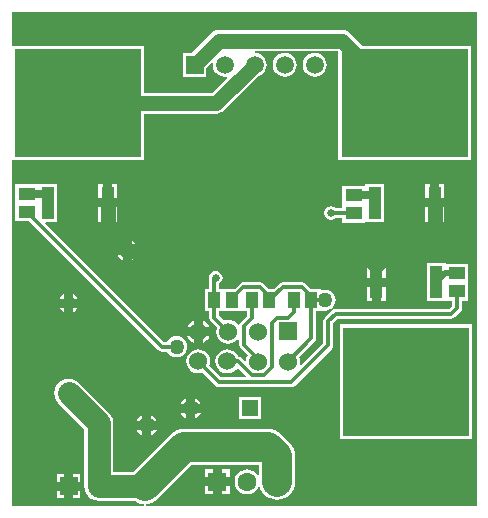
<source format=gtl>
%FSLAX25Y25*%
%MOIN*%
G70*
G01*
G75*
G04 Layer_Physical_Order=1*
G04 Layer_Color=255*
%ADD10R,0.05512X0.04331*%
%ADD11R,0.04331X0.10630*%
%ADD12R,0.42126X0.36221*%
%ADD13R,0.04331X0.05512*%
%ADD14C,0.01200*%
%ADD15C,0.07500*%
%ADD16C,0.10000*%
%ADD17C,0.05000*%
%ADD18C,0.02000*%
%ADD19C,0.02500*%
%ADD20C,0.06000*%
%ADD21R,0.06000X0.06000*%
%ADD22R,0.05906X0.05906*%
%ADD23C,0.05906*%
%ADD24C,0.04724*%
%ADD25C,0.05315*%
%ADD26R,0.05315X0.05315*%
%ADD27R,0.06299X0.06299*%
%ADD28C,0.06299*%
%ADD29R,0.05315X0.05315*%
%ADD30C,0.05000*%
%ADD31C,0.02500*%
G36*
X155000Y0D02*
X44656D01*
X44631Y499D01*
X45519Y587D01*
X46650Y930D01*
X47692Y1487D01*
X48606Y2237D01*
X49263Y2894D01*
X59840Y13471D01*
X82471D01*
Y10419D01*
X81998Y10258D01*
X81459Y10960D01*
X80593Y11625D01*
X79583Y12043D01*
X78500Y12185D01*
X77417Y12043D01*
X76407Y11625D01*
X75541Y10960D01*
X74875Y10093D01*
X74457Y9083D01*
X74315Y8000D01*
X74457Y6917D01*
X74875Y5907D01*
X75541Y5040D01*
X76407Y4375D01*
X77417Y3957D01*
X78500Y3815D01*
X79583Y3957D01*
X80593Y4375D01*
X81459Y5040D01*
X82125Y5907D01*
X82268Y6253D01*
X82767Y6229D01*
X82930Y5693D01*
X83487Y4651D01*
X84237Y3737D01*
X85150Y2987D01*
X86193Y2430D01*
X87324Y2087D01*
X88500Y1971D01*
X89676Y2087D01*
X90807Y2430D01*
X91849Y2987D01*
X92763Y3737D01*
X93513Y4651D01*
X94070Y5693D01*
X94413Y6824D01*
X94529Y8000D01*
Y16500D01*
X94413Y17676D01*
X94070Y18807D01*
X93513Y19850D01*
X92763Y20763D01*
X89763Y23763D01*
X88850Y24513D01*
X87807Y25070D01*
X86676Y25413D01*
X85500Y25529D01*
X57342D01*
X56166Y25413D01*
X55035Y25070D01*
X53993Y24513D01*
X53079Y23763D01*
X40737Y11421D01*
X40607Y11291D01*
X33791D01*
Y27500D01*
X33628Y28740D01*
X33149Y29895D01*
X32388Y30888D01*
X22388Y40888D01*
X21396Y41649D01*
X20240Y42128D01*
X19000Y42291D01*
X17760Y42128D01*
X16604Y41649D01*
X15612Y40888D01*
X14851Y39895D01*
X14372Y38740D01*
X14209Y37500D01*
X14372Y36260D01*
X14851Y35105D01*
X15612Y34112D01*
X24209Y25515D01*
Y6500D01*
X24372Y5260D01*
X24851Y4104D01*
X25612Y3112D01*
X26605Y2351D01*
X27760Y1872D01*
X29000Y1709D01*
X40723D01*
X40993Y1487D01*
X42035Y930D01*
X43166Y587D01*
X44054Y499D01*
X44029Y0D01*
X0D01*
Y115063D01*
X44063D01*
Y130643D01*
X68173D01*
X69087Y130763D01*
X69938Y131116D01*
X70670Y131677D01*
X82219Y143227D01*
X82993Y143547D01*
X83819Y144181D01*
X84453Y145007D01*
X84851Y145968D01*
X84987Y147000D01*
X84851Y148032D01*
X84453Y148993D01*
X83819Y149819D01*
X82993Y150453D01*
X82032Y150851D01*
X81121Y150971D01*
X81154Y151470D01*
X90846D01*
X90878Y150971D01*
X89968Y150851D01*
X89007Y150453D01*
X88181Y149819D01*
X87547Y148993D01*
X87149Y148032D01*
X87013Y147000D01*
X87149Y145968D01*
X87547Y145007D01*
X88181Y144181D01*
X89007Y143547D01*
X89968Y143149D01*
X91000Y143013D01*
X92032Y143149D01*
X92993Y143547D01*
X93819Y144181D01*
X94453Y145007D01*
X94851Y145968D01*
X94987Y147000D01*
X94851Y148032D01*
X94453Y148993D01*
X93819Y149819D01*
X92993Y150453D01*
X92032Y150851D01*
X91122Y150971D01*
D01*
X91122Y150971D01*
X91154Y151470D01*
X100846D01*
X100879Y150971D01*
X99968Y150851D01*
X99007Y150453D01*
X98181Y149819D01*
X97547Y148993D01*
X97149Y148032D01*
X97013Y147000D01*
X97149Y145968D01*
X97547Y145007D01*
X98181Y144181D01*
X99007Y143547D01*
X99968Y143149D01*
X101000Y143013D01*
X102032Y143149D01*
X102993Y143547D01*
X103819Y144181D01*
X104453Y145007D01*
X104851Y145968D01*
X104987Y147000D01*
X104851Y148032D01*
X104453Y148993D01*
X103819Y149819D01*
X102993Y150453D01*
X102032Y150851D01*
X101121Y150971D01*
D01*
X101121Y150971D01*
X101154Y151470D01*
X108711D01*
X108937Y151244D01*
Y115063D01*
X153063D01*
Y153284D01*
X116882D01*
X112670Y157496D01*
X111938Y158057D01*
X111087Y158410D01*
X110173Y158530D01*
X69000D01*
X68086Y158410D01*
X67235Y158057D01*
X66504Y157496D01*
X59960Y150953D01*
X57047D01*
Y143047D01*
X64953D01*
Y145960D01*
X66618Y147626D01*
X67066Y147404D01*
X67013Y147000D01*
X67149Y145968D01*
X67547Y145007D01*
X68181Y144181D01*
X69007Y143547D01*
X69968Y143149D01*
X71000Y143013D01*
X71404Y143066D01*
X71626Y142618D01*
X66711Y137703D01*
X44063D01*
Y153284D01*
X0D01*
Y164500D01*
X155000D01*
Y0D01*
D02*
G37*
%LPC*%
G36*
X62995Y31000D02*
X61158D01*
Y29162D01*
X61502Y29305D01*
X62266Y29891D01*
X62852Y30656D01*
X62995Y31000D01*
D02*
G37*
G36*
X58157Y35838D02*
X57813Y35695D01*
X57049Y35109D01*
X56463Y34345D01*
X56320Y34000D01*
X58157D01*
Y35838D01*
D02*
G37*
G36*
Y31000D02*
X56320D01*
X56463Y30656D01*
X57049Y29891D01*
X57813Y29305D01*
X58157Y29162D01*
Y31000D01*
D02*
G37*
G36*
X46500Y30180D02*
Y28343D01*
X48338D01*
X48195Y28687D01*
X47609Y29451D01*
X46845Y30037D01*
X46500Y30180D01*
D02*
G37*
G36*
X83000Y36158D02*
X75685D01*
Y28842D01*
X83000D01*
Y36158D01*
D02*
G37*
G36*
X61158Y35838D02*
Y34000D01*
X62995D01*
X62852Y34345D01*
X62266Y35109D01*
X61502Y35695D01*
X61158Y35838D01*
D02*
G37*
G36*
X60700Y61708D02*
X60183Y61494D01*
X59347Y60853D01*
X58706Y60017D01*
X58492Y59500D01*
X60700D01*
Y61708D01*
D02*
G37*
G36*
X63700D02*
Y59500D01*
X65908D01*
X65694Y60017D01*
X65053Y60853D01*
X64217Y61494D01*
X63700Y61708D01*
D02*
G37*
G36*
X65908Y56500D02*
X63700D01*
Y54292D01*
X64217Y54506D01*
X65053Y55147D01*
X65694Y55983D01*
X65908Y56500D01*
D02*
G37*
G36*
X15165Y107346D02*
X8835D01*
Y107118D01*
X8756D01*
Y107118D01*
X1244D01*
Y100787D01*
Y94882D01*
X5858D01*
X48894Y51846D01*
X49423Y51493D01*
X50047Y51369D01*
X51887D01*
X51943Y51235D01*
X52504Y50504D01*
X53235Y49943D01*
X54086Y49590D01*
X55000Y49470D01*
X55914Y49590D01*
X56765Y49943D01*
X57496Y50504D01*
X58057Y51235D01*
X58410Y52086D01*
X58530Y53000D01*
X58410Y53914D01*
X58057Y54765D01*
X57496Y55496D01*
X56765Y56057D01*
X55914Y56410D01*
X55000Y56530D01*
X54086Y56410D01*
X53235Y56057D01*
X52504Y55496D01*
X51943Y54765D01*
X51887Y54631D01*
X50723D01*
X11100Y94255D01*
X11291Y94717D01*
X15165D01*
Y107346D01*
D02*
G37*
G36*
X60700Y56500D02*
X58492D01*
X58706Y55983D01*
X59347Y55147D01*
X60183Y54506D01*
X60700Y54292D01*
Y56500D01*
D02*
G37*
G36*
X43500Y30180D02*
X43156Y30037D01*
X42391Y29451D01*
X41805Y28687D01*
X41662Y28343D01*
X43500D01*
Y30180D01*
D02*
G37*
G36*
X72650Y6500D02*
X70000D01*
Y3850D01*
X72650D01*
Y6500D01*
D02*
G37*
G36*
X17500Y10453D02*
X15047D01*
Y8000D01*
X17500D01*
Y10453D01*
D02*
G37*
G36*
X67000Y6500D02*
X64350D01*
Y3850D01*
X67000D01*
Y6500D01*
D02*
G37*
G36*
X17500Y5000D02*
X15047D01*
Y2547D01*
X17500D01*
Y5000D01*
D02*
G37*
G36*
X22953D02*
X20500D01*
Y2547D01*
X22953D01*
Y5000D01*
D02*
G37*
G36*
Y10453D02*
X20500D01*
Y8000D01*
X22953D01*
Y10453D01*
D02*
G37*
G36*
X43500Y25343D02*
X41662D01*
X41805Y24998D01*
X42391Y24234D01*
X43156Y23648D01*
X43500Y23505D01*
Y25343D01*
D02*
G37*
G36*
X48338D02*
X46500D01*
Y23505D01*
X46845Y23648D01*
X47609Y24234D01*
X48195Y24998D01*
X48338Y25343D01*
D02*
G37*
G36*
X153563Y60437D02*
X109437D01*
Y22217D01*
X153563D01*
Y60437D01*
D02*
G37*
G36*
X67000Y12150D02*
X64350D01*
Y9500D01*
X67000D01*
Y12150D01*
D02*
G37*
G36*
X72650D02*
X70000D01*
Y9500D01*
X72650D01*
Y12150D01*
D02*
G37*
G36*
X35165Y99532D02*
X33500D01*
Y94717D01*
X35165D01*
Y99532D01*
D02*
G37*
G36*
X139500D02*
X137835D01*
Y94717D01*
X139500D01*
Y99532D01*
D02*
G37*
G36*
X30500D02*
X28835D01*
Y94717D01*
X30500D01*
Y99532D01*
D02*
G37*
G36*
X37000Y88167D02*
X36735Y88057D01*
X36004Y87496D01*
X35443Y86765D01*
X35333Y86500D01*
X37000D01*
Y88167D01*
D02*
G37*
G36*
X40000D02*
Y86500D01*
X41667D01*
X41557Y86765D01*
X40996Y87496D01*
X40265Y88057D01*
X40000Y88167D01*
D02*
G37*
G36*
X144165Y99532D02*
X142500D01*
Y94717D01*
X144165D01*
Y99532D01*
D02*
G37*
G36*
X139500Y107346D02*
X137835D01*
Y102532D01*
X139500D01*
Y107346D01*
D02*
G37*
G36*
X144165D02*
X142500D01*
Y102532D01*
X144165D01*
Y107346D01*
D02*
G37*
G36*
X35165D02*
X33500D01*
Y102532D01*
X35165D01*
Y107346D01*
D02*
G37*
G36*
X124165D02*
X117835D01*
Y106618D01*
X117756D01*
Y106618D01*
X110244D01*
Y100287D01*
Y99179D01*
X108108D01*
X107378Y99667D01*
X106500Y99841D01*
X105622Y99667D01*
X104878Y99169D01*
X104381Y98425D01*
X104206Y97547D01*
X104381Y96669D01*
X104878Y95925D01*
X105622Y95428D01*
X106500Y95253D01*
X107378Y95428D01*
X108108Y95916D01*
X110244D01*
Y94382D01*
X117756D01*
Y94717D01*
X117835D01*
Y94717D01*
X124165D01*
Y107346D01*
D02*
G37*
G36*
X30500D02*
X28835D01*
Y102532D01*
X30500D01*
Y107346D01*
D02*
G37*
G36*
X41667Y83500D02*
X40000D01*
Y81833D01*
X40265Y81943D01*
X40996Y82504D01*
X41557Y83235D01*
X41667Y83500D01*
D02*
G37*
G36*
X120000Y72969D02*
X118335D01*
Y68154D01*
X120000D01*
Y72969D01*
D02*
G37*
G36*
X124665D02*
X123000D01*
Y68154D01*
X124665D01*
Y72969D01*
D02*
G37*
G36*
X144665Y80783D02*
X138335D01*
Y68154D01*
X144665D01*
Y68382D01*
X144744D01*
Y68382D01*
X146869D01*
Y66676D01*
X145824Y65631D01*
X108000D01*
X107376Y65507D01*
X106846Y65153D01*
X104347Y62653D01*
X103993Y62124D01*
X103869Y61500D01*
Y54176D01*
X96563Y46870D01*
X96115Y47092D01*
X96235Y48000D01*
X96097Y49044D01*
X95937Y49430D01*
X101106Y54599D01*
X101460Y55129D01*
X101584Y55753D01*
Y64744D01*
X103118D01*
Y64834D01*
X103534Y65112D01*
X103586Y65090D01*
X104500Y64970D01*
X105414Y65090D01*
X106265Y65443D01*
X106996Y66004D01*
X107557Y66735D01*
X107910Y67586D01*
X108030Y68500D01*
X107910Y69414D01*
X107557Y70265D01*
X106996Y70996D01*
X106265Y71557D01*
X105414Y71910D01*
X104500Y72030D01*
X103586Y71910D01*
X103534Y71888D01*
X103118Y72166D01*
Y72256D01*
X99782D01*
X98029Y74009D01*
X97500Y74363D01*
X96875Y74487D01*
X90309D01*
X89684Y74363D01*
X89155Y74009D01*
X87402Y72256D01*
X85782D01*
X84029Y74009D01*
X83500Y74363D01*
X82875Y74487D01*
X77219D01*
X76595Y74363D01*
X76066Y74009D01*
X74312Y72256D01*
X69179D01*
Y74081D01*
X69622Y74378D01*
X70119Y75122D01*
X70294Y76000D01*
X70119Y76878D01*
X69622Y77622D01*
X68878Y78119D01*
X68000Y78294D01*
X67122Y78119D01*
X66378Y77622D01*
X65881Y76878D01*
X65706Y76000D01*
X65881Y75122D01*
X65916Y75069D01*
Y72256D01*
X64382D01*
Y64744D01*
X65916D01*
Y62653D01*
X66040Y62028D01*
X66394Y61499D01*
X68463Y59430D01*
X68303Y59044D01*
X68165Y58000D01*
X68303Y56956D01*
X68706Y55983D01*
X69347Y55147D01*
X70183Y54506D01*
X71156Y54103D01*
X72200Y53966D01*
X73244Y54103D01*
X74217Y54506D01*
X75053Y55147D01*
X75395Y55593D01*
X75869Y55433D01*
Y53547D01*
X75993Y52923D01*
X76346Y52394D01*
X78657Y50084D01*
X78606Y50017D01*
X78203Y49044D01*
X78120Y48416D01*
X77647Y48255D01*
X76648Y49253D01*
X76119Y49607D01*
X75559Y49718D01*
X75394Y50117D01*
X74753Y50953D01*
X73917Y51594D01*
X72944Y51997D01*
X71900Y52135D01*
X70856Y51997D01*
X69883Y51594D01*
X69047Y50953D01*
X68406Y50117D01*
X68003Y49144D01*
X67866Y48100D01*
X68003Y47056D01*
X68406Y46083D01*
X69047Y45247D01*
X69883Y44606D01*
X70856Y44203D01*
X71900Y44065D01*
X72944Y44203D01*
X73917Y44606D01*
X74753Y45247D01*
X75081Y45675D01*
X75580Y45708D01*
X77994Y43293D01*
X77803Y42831D01*
X69776D01*
X65937Y46670D01*
X66097Y47056D01*
X66234Y48100D01*
X66097Y49144D01*
X65694Y50117D01*
X65053Y50953D01*
X64217Y51594D01*
X63244Y51997D01*
X62200Y52135D01*
X61156Y51997D01*
X60183Y51594D01*
X59347Y50953D01*
X58706Y50117D01*
X58303Y49144D01*
X58166Y48100D01*
X58303Y47056D01*
X58706Y46083D01*
X59347Y45247D01*
X60183Y44606D01*
X61156Y44203D01*
X62200Y44065D01*
X63244Y44203D01*
X63630Y44363D01*
X67946Y40047D01*
X68476Y39693D01*
X69100Y39569D01*
X93200D01*
X93824Y39693D01*
X94353Y40047D01*
X106653Y52346D01*
X107007Y52876D01*
X107131Y53500D01*
Y60824D01*
X108676Y62369D01*
X146500D01*
X147124Y62493D01*
X147653Y62846D01*
X149653Y64846D01*
X150007Y65376D01*
X150131Y66000D01*
Y68382D01*
X152256D01*
Y74287D01*
Y80618D01*
X144744D01*
D01*
X144744D01*
X144665Y80697D01*
Y80783D01*
D02*
G37*
G36*
X17500Y66000D02*
X15982D01*
X16063Y65804D01*
X16602Y65102D01*
X17304Y64563D01*
X17500Y64482D01*
Y66000D01*
D02*
G37*
G36*
X22018D02*
X20500D01*
Y64482D01*
X20696Y64563D01*
X21398Y65102D01*
X21937Y65804D01*
X22018Y66000D01*
D02*
G37*
G36*
X124665Y80783D02*
X123000D01*
Y75968D01*
X124665D01*
Y80783D01*
D02*
G37*
G36*
X37000Y83500D02*
X35333D01*
X35443Y83235D01*
X36004Y82504D01*
X36735Y81943D01*
X37000Y81833D01*
Y83500D01*
D02*
G37*
G36*
X120000Y80783D02*
X118335D01*
Y75968D01*
X120000D01*
Y80783D01*
D02*
G37*
G36*
X17500Y70518D02*
X17304Y70437D01*
X16602Y69898D01*
X16063Y69196D01*
X15982Y69000D01*
X17500D01*
Y70518D01*
D02*
G37*
G36*
X20500D02*
Y69000D01*
X22018D01*
X21937Y69196D01*
X21398Y69898D01*
X20696Y70437D01*
X20500Y70518D01*
D02*
G37*
%LPD*%
G36*
X76618Y64744D02*
X76618D01*
X76618Y64744D01*
X76882Y64744D01*
Y64744D01*
X78416D01*
Y63128D01*
X76346Y61059D01*
X75993Y60530D01*
X75969Y60408D01*
X75482Y60294D01*
X75053Y60853D01*
X74217Y61494D01*
X73244Y61897D01*
X72200Y62034D01*
X71156Y61897D01*
X70770Y61737D01*
X69179Y63328D01*
Y64744D01*
X76618D01*
D01*
D02*
G37*
D10*
X148500Y77453D02*
D03*
Y71547D02*
D03*
X5000Y103953D02*
D03*
Y98047D02*
D03*
X114000Y103453D02*
D03*
Y97547D02*
D03*
D11*
X141500Y74468D02*
D03*
X121500D02*
D03*
X121000Y101031D02*
D03*
X141000D02*
D03*
X12000D02*
D03*
X32000D02*
D03*
D12*
X131500Y41327D02*
D03*
X131000Y134173D02*
D03*
X22000D02*
D03*
D13*
X67547Y68500D02*
D03*
X73453D02*
D03*
X85953Y68500D02*
D03*
X80047D02*
D03*
X99953D02*
D03*
X94047D02*
D03*
D14*
X99953D02*
X104500D01*
X104500Y68500D01*
X67547Y68500D02*
Y76000D01*
X105500Y61500D02*
X108000Y64000D01*
X105500Y53500D02*
Y61500D01*
X93200Y41200D02*
X105500Y53500D01*
X108000Y64000D02*
X146500D01*
X148500Y66000D01*
Y71547D01*
X62200Y48100D02*
X69100Y41200D01*
X93200D01*
X50047Y53000D02*
X55000D01*
X5000Y98047D02*
X50047Y53000D01*
X106500Y97547D02*
X114000D01*
X67547Y62653D02*
X72200Y58000D01*
X67547Y62653D02*
Y68500D01*
X85953Y68500D02*
Y69779D01*
X82875Y72856D02*
X85953Y69779D01*
X77219Y72856D02*
X82875D01*
X73453Y69090D02*
X77219Y72856D01*
X73453Y68500D02*
Y69090D01*
X99953Y68500D02*
Y69779D01*
X96875Y72856D02*
X99953Y69779D01*
X90309Y72856D02*
X96875D01*
X85953Y68500D02*
X90309Y72856D01*
X71900Y48100D02*
X75495D01*
X86700Y46095D02*
Y60963D01*
X88437Y62700D01*
X75495Y48100D02*
X80195Y43400D01*
X84005D01*
X86700Y46095D01*
X88437Y62700D02*
X92200D01*
X94047Y64547D01*
Y68500D01*
X92200Y48000D02*
X99953Y55753D01*
Y68500D01*
X92200Y48000D02*
Y48800D01*
X82100Y48000D02*
Y48947D01*
X77500Y53547D02*
X82100Y48947D01*
X77500Y53547D02*
Y59905D01*
X80047Y62453D01*
Y68500D01*
D15*
X19000Y37500D02*
X29000Y27500D01*
Y6500D02*
Y27500D01*
Y6500D02*
X44342D01*
D16*
X45000Y7158D01*
X88500Y8000D02*
Y16500D01*
X85500Y19500D02*
X88500Y16500D01*
X57342Y19500D02*
X85500D01*
X45000Y7158D02*
X57342Y19500D01*
D17*
X32000Y91500D02*
Y101031D01*
Y91500D02*
X38500Y85000D01*
X116500D01*
X121500Y80000D01*
X127500Y86000D01*
X135500D01*
X141000Y91500D01*
Y101031D01*
X68173Y134173D02*
X81000Y147000D01*
X22000Y134173D02*
X68173D01*
X61000Y147000D02*
X69000Y155000D01*
X110173D01*
X131000Y134173D01*
D18*
X141500Y74468D02*
X144484Y77453D01*
X148500D01*
X12000Y101031D02*
Y103953D01*
D19*
X114000Y103453D02*
X121000D01*
Y101031D02*
Y103453D01*
X5000Y103953D02*
X12000D01*
D20*
X62200Y58000D02*
D03*
Y48100D02*
D03*
X72200Y58000D02*
D03*
X71900Y48100D02*
D03*
X82100Y58000D02*
D03*
Y48000D02*
D03*
X92200D02*
D03*
D21*
X92100Y58100D02*
D03*
D22*
X19000Y6500D02*
D03*
X61000Y147000D02*
D03*
D23*
X29000Y6500D02*
D03*
X101000Y147000D02*
D03*
X91000D02*
D03*
X81000D02*
D03*
X71000D02*
D03*
D24*
X19000Y37500D02*
D03*
Y67500D02*
D03*
D25*
X45000Y26842D02*
D03*
X59658Y32500D02*
D03*
D26*
X45000Y7158D02*
D03*
D27*
X68500Y8000D02*
D03*
D28*
X78500D02*
D03*
X88500D02*
D03*
D29*
X79343Y32500D02*
D03*
D30*
X104500Y68500D02*
D03*
X38500Y85000D02*
D03*
X121000Y48000D02*
D03*
X127000Y42000D02*
D03*
X55000Y53000D02*
D03*
D31*
X106500Y97547D02*
D03*
X68000Y76000D02*
D03*
M02*

</source>
